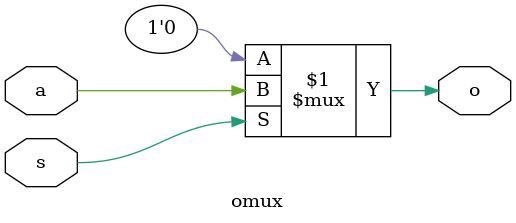
<source format=v>
`timescale 1ns / 1ps
module omux(a,s,o);
input a,s;
output o;

assign o = s ? a : 1'b0;
endmodule

</source>
